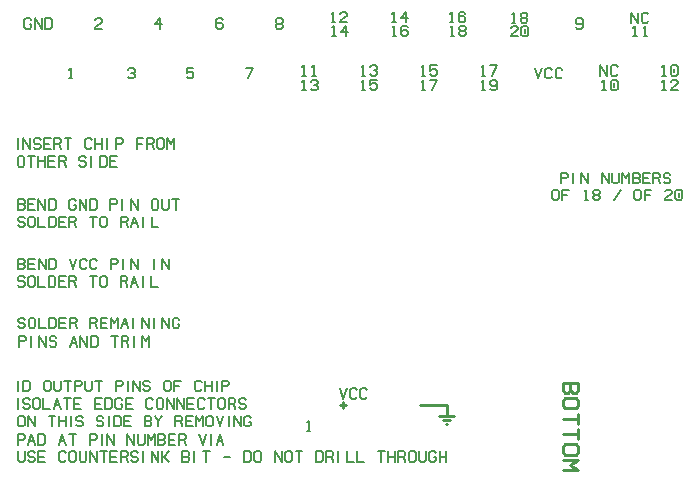
<source format=gto>
%FSTAX24Y24*%
%MOIN*%
%IN SILK1.gto *%
%ADD10C,0.0057*%
%ADD11C,0.0086*%
%ADD12C,0.0100*%
D10*X018866Y009991D02*G01Y010334D01*X019037D01*X019094Y010277D01*
Y01022D01*X019037Y010163D01*X018866D01*X019266Y009991D02*Y010334D01*
X019551Y009991D02*Y010334D01*X01978Y009991D01*Y010334D01*
X020237Y009991D02*Y010334D01*X020466Y009991D01*Y010334D01*X02058D02*
Y010048D01*X020637Y009991D01*X020751D01*X020808Y010048D01*Y010334D01*
X020923Y009991D02*Y010334D01*X021037Y010163D01*X021151Y010334D01*
Y009991D01*X021266D02*Y010334D01*X021437D01*X021494Y010277D01*
Y01022D01*X021437Y010163D01*X021494Y010105D01*Y010048D01*
X021437Y009991D01*X021266D01*X021437Y010163D02*X021266D01*
X021837Y010334D02*X021608D01*Y010163D01*Y009991D01*X021837D01*
X021608Y010163D02*X02178D01*X021951Y009991D02*Y010334D01*X022123D01*
X02218Y010277D01*Y01022D01*X022123Y010163D01*X02218Y009991D01*
X022123Y010163D02*X021951D01*X022523Y010277D02*X022466Y010334D01*
X022351D01*X022294Y010277D01*Y01022D01*X022351Y010163D01*X022466D01*
X022523Y010105D01*Y010048D01*X022466Y009991D01*X022351D01*
X022294Y010048D01*X019368Y015205D02*X019425Y015148D01*X019539D01*
X019596Y015205D01*Y015434D01*X019539Y015491D01*X019425D01*
X019368Y015434D01*Y015348D01*X019425Y015291D01*X019539D01*
X019596Y015348D01*X016227Y013867D02*X016284Y013924D01*Y013581D01*
X016341D01*X016284D02*X016227D01*X016513Y013924D02*X016741D01*
X01657Y013581D01*X000766Y001282D02*Y001625D01*X000938D01*
X000995Y001568D01*Y001511D01*X000938Y001454D01*X000766D01*
X001109Y001282D02*X001223Y001625D01*X001295Y001411D01*
X001338Y001282D01*X001295Y001411D02*X001152D01*X00168Y001568D02*
X001623Y001625D01*X001452D01*Y001282D01*X001623D01*X00168Y00134D01*
Y001568D01*X002138Y001282D02*X002252Y001625D01*X002323Y001411D01*
X002366Y001282D01*X002323Y001411D02*X00218D01*X002595Y001282D02*
Y001625D01*X002709D01*X002595D02*X00248D01*X003166Y001282D02*
Y001625D01*X003338D01*X003395Y001568D01*Y001511D01*X003338Y001454D01*
X003166D01*X003566Y001282D02*Y001625D01*X003738Y001282D02*Y001625D01*
X003966Y001282D01*Y001625D01*X004423Y001282D02*Y001625D01*
X004652Y001282D01*Y001625D01*X004766D02*Y00134D01*X004823Y001282D01*
X004938D01*X004995Y00134D01*Y001625D01*X005109Y001282D02*Y001625D01*
X005223Y001454D01*X005338Y001625D01*Y001282D01*X005452D02*Y001625D01*
X005623D01*X00568Y001568D01*Y001511D01*X005623Y001454D01*
X00568Y001397D01*Y00134D01*X005623Y001282D01*X005452D01*
X005623Y001454D02*X005452D01*X006023Y001625D02*X005795D01*Y001454D01*
Y001282D01*X006023D01*X005795Y001454D02*X005966D01*X006138Y001282D02*
Y001625D01*X006309D01*X006366Y001568D01*Y001511D01*X006309Y001454D01*
X006366Y001282D01*X006309Y001454D02*X006138D01*X006823Y001625D02*
X006938Y001282D01*X007052Y001625D01*X007223Y001282D02*Y001625D01*
X007395Y001282D02*X007509Y001625D01*X00758Y001411D01*X007623Y001282D01*
X00758Y001411D02*X007438D01*X000773Y00912D02*Y009463D01*X000945D01*
X001002Y009405D01*Y009348D01*X000945Y009291D01*X001002Y009234D01*
Y009177D01*X000945Y00912D01*X000773D01*X000945Y009291D02*X000773D01*
X001345Y009463D02*X001116D01*Y009291D01*Y00912D01*X001345D01*
X001116Y009291D02*X001288D01*X001459Y00912D02*Y009463D01*
X001688Y00912D01*Y009463D01*X00203Y009405D02*X001973Y009463D01*
X001802D01*Y00912D01*X001973D01*X00203Y009177D01*Y009405D01*X002716D02*
X002659Y009463D01*X002545D01*X002488Y009405D01*Y009177D01*
X002545Y00912D01*X002659D01*X002716Y009177D01*Y009263D01*X002659D01*
X00283Y00912D02*Y009463D01*X003059Y00912D01*Y009463D01*
X003402Y009405D02*X003345Y009463D01*X003173D01*Y00912D01*X003345D01*
X003402Y009177D01*Y009405D01*X003859Y00912D02*Y009463D01*X00403D01*
X004088Y009405D01*Y009348D01*X00403Y009291D01*X003859D01*
X004259Y00912D02*Y009463D01*X004545Y00912D02*Y009463D01*
X004773Y00912D01*Y009463D01*X005459Y009405D02*X005402Y009463D01*
X005288D01*X00523Y009405D01*Y009177D01*X005288Y00912D01*X005402D01*
X005459Y009177D01*Y009405D01*X005573Y009463D02*Y009177D01*
X00563Y00912D01*X005745D01*X005802Y009177D01*Y009463D01*
X00603Y00912D02*Y009463D01*X006145D01*X00603D02*X005916D01*
X015177Y015643D02*X015234Y0157D01*Y015358D01*X015291D01*X015234D02*
X015177D01*X015691Y015643D02*X015634Y0157D01*X01552D01*
X015463Y015643D01*Y015415D01*X01552Y015358D01*X015634D01*
X015691Y015415D01*Y0155D01*X015634Y015558D01*X01552D01*X015463Y0155D01*
X011251Y015193D02*X011309Y01525D01*Y014907D01*X011366D01*X011309D02*
X011251D01*X011709D02*Y01525D01*X011537Y01505D01*X011766D01*
X022248Y013866D02*X022305Y013923D01*Y013581D01*X022363D01*X022305D02*
X022248D01*X022763Y013866D02*X022705Y013923D01*X022591D01*
X022534Y013866D01*Y013638D01*X022591Y013581D01*X022705D01*
X022763Y013638D01*Y013866D01*X022648Y013809D02*Y013695D01*
X010247Y013379D02*X010305Y013436D01*Y013094D01*X010362D01*X010305D02*
X010247D01*X010533Y013379D02*X01059Y013436D01*X010705D01*
X010762Y013379D01*Y013322D01*X010705Y013265D01*X010762Y013208D01*
Y013151D01*X010705Y013094D01*X01059D01*X010533Y013151D01*
X010705Y013265D02*X010647D01*X015194Y015193D02*X015251Y01525D01*
Y014907D01*X015309D01*X015251D02*X015194D01*X015651Y015079D02*
X015709Y015136D01*Y015193D01*X015651Y01525D01*X015537D01*
X01548Y015193D01*Y015136D01*X015537Y015079D01*X015651D01*
X015709Y015022D01*Y014965D01*X015651Y014907D01*X015537D01*
X01548Y014965D01*Y015022D01*X015537Y015079D01*X010247Y013867D02*
X010305Y013924D01*Y013581D01*X010362D01*X010305D02*X010247D01*
X01059Y013867D02*X010647Y013924D01*Y013581D01*X010705D01*X010647D02*
X01059D01*X011501Y003159D02*X011616Y002816D01*X01173Y003159D01*
X012073Y003102D02*X012016Y003159D01*X011901D01*X011844Y003102D01*
Y002873D01*X011901Y002816D01*X012016D01*X012073Y002873D01*
X012416Y003102D02*X012358Y003159D01*X012244D01*X012187Y003102D01*
Y002873D01*X012244Y002816D01*X012358D01*X012416Y002873D01*
X022248Y013379D02*X022305Y013436D01*Y013093D01*X022363D01*X022305D02*
X022248D01*X022534Y013379D02*X022591Y013436D01*X022705D01*
X022763Y013379D01*Y013321D01*X022705Y013264D01*X022534Y01315D01*
Y013093D01*X022763D01*X000771Y001058D02*Y000772D01*X000828Y000715D01*
X000943D01*X001Y000772D01*Y001058D01*X001343Y001001D02*
X001285Y001058D01*X001171D01*X001114Y001001D01*Y000943D01*
X001171Y000886D01*X001285D01*X001343Y000829D01*Y000772D01*
X001285Y000715D01*X001171D01*X001114Y000772D01*X001685Y001058D02*
X001457D01*Y000886D01*Y000715D01*X001685D01*X001457Y000886D02*
X001628D01*X002371Y001001D02*X002314Y001058D01*X0022D01*
X002143Y001001D01*Y000772D01*X0022Y000715D01*X002314D01*
X002371Y000772D01*X002714Y001001D02*X002657Y001058D01*X002543D01*
X002485Y001001D01*Y000772D01*X002543Y000715D01*X002657D01*
X002714Y000772D01*Y001001D01*X002828Y001058D02*Y000772D01*
X002885Y000715D01*X003D01*X003057Y000772D01*Y001058D01*
X003171Y000715D02*Y001058D01*X0034Y000715D01*Y001058D01*
X003628Y000715D02*Y001058D01*X003743D01*X003628D02*X003514D01*
X004085D02*X003857D01*Y000886D01*Y000715D01*X004085D01*
X003857Y000886D02*X004028D01*X0042Y000715D02*Y001058D01*X004371D01*
X004428Y001001D01*Y000943D01*X004371Y000886D01*X004428Y000715D01*
X004371Y000886D02*X0042D01*X004771Y001001D02*X004714Y001058D01*
X0046D01*X004543Y001001D01*Y000943D01*X0046Y000886D01*X004714D01*
X004771Y000829D01*Y000772D01*X004714Y000715D01*X0046D01*
X004543Y000772D01*X004943Y000715D02*Y001058D01*X005228Y000715D02*
Y001058D01*X005457Y000715D01*Y001058D01*X005571D02*Y000829D01*
Y000715D01*Y000829D02*X005628Y000886D01*X0058Y000715D01*
X005628Y000886D02*X0058Y001058D01*X006257Y000715D02*Y001058D01*
X006428D01*X006485Y001001D01*Y000943D01*X006428Y000886D01*
X006485Y000829D01*Y000772D01*X006428Y000715D01*X006257D01*
X006428Y000886D02*X006257D01*X006657Y000715D02*Y001058D01*
X007057Y000715D02*Y001058D01*X007171D01*X007057D02*X006943D01*
X007628Y000886D02*X007857D01*X008543Y001001D02*X008485Y001058D01*
X008314D01*Y000715D01*X008485D01*X008543Y000772D01*Y001001D01*
X008885D02*X008828Y001058D01*X008714D01*X008657Y001001D01*Y000772D01*
X008714Y000715D01*X008828D01*X008885Y000772D01*Y001001D01*
X009343Y000715D02*Y001058D01*X009571Y000715D01*Y001058D01*
X009914Y001001D02*X009857Y001058D01*X009743D01*X009685Y001001D01*
Y000772D01*X009743Y000715D01*X009857D01*X009914Y000772D01*Y001001D01*
X010143Y000715D02*Y001058D01*X010257D01*X010143D02*X010028D01*
X010943Y001001D02*X010885Y001058D01*X010714D01*Y000715D01*X010885D01*
X010943Y000772D01*Y001001D01*X011057Y000715D02*Y001058D01*X011228D01*
X011285Y001001D01*Y000943D01*X011228Y000886D01*X011285Y000715D01*
X011228Y000886D02*X011057D01*X011457Y000715D02*Y001058D01*X011743D02*
Y000715D01*X011971D01*X012085Y001058D02*Y000715D01*X012314D01*
X012885D02*Y001058D01*X013D01*X012885D02*X012771D01*X013114D02*
Y000886D01*Y000715D01*Y000886D02*X013343D01*Y001058D01*Y000886D02*
Y000715D01*X013457D02*Y001058D01*X013628D01*X013685Y001001D01*
Y000943D01*X013628Y000886D01*X013685Y000715D01*X013628Y000886D02*
X013457D01*X014028Y001001D02*X013971Y001058D01*X013857D01*
X0138Y001001D01*Y000772D01*X013857Y000715D01*X013971D01*
X014028Y000772D01*Y001001D01*X014143Y001058D02*Y000772D01*
X0142Y000715D01*X014314D01*X014371Y000772D01*Y001058D01*
X014714Y001001D02*X014657Y001058D01*X014543D01*X014485Y001001D01*
Y000772D01*X014543Y000715D01*X014657D01*X014714Y000772D01*Y000858D01*
X014657D01*X014828Y001058D02*Y000886D01*Y000715D01*Y000886D02*
X015057D01*Y001058D01*Y000886D02*Y000715D01*X001Y008822D02*
X000943Y008879D01*X000828D01*X000771Y008822D01*Y008765D01*
X000828Y008708D01*X000943D01*X001Y008651D01*Y008593D01*
X000943Y008536D01*X000828D01*X000771Y008593D01*X001343Y008822D02*
X001285Y008879D01*X001171D01*X001114Y008822D01*Y008593D01*
X001171Y008536D01*X001285D01*X001343Y008593D01*Y008822D01*
X001457Y008879D02*Y008536D01*X001685D01*X002028Y008822D02*
X001971Y008879D01*X0018D01*Y008536D01*X001971D01*X002028Y008593D01*
Y008822D01*X002371Y008879D02*X002143D01*Y008708D01*Y008536D01*
X002371D01*X002143Y008708D02*X002314D01*X002485Y008536D02*Y008879D01*
X002657D01*X002714Y008822D01*Y008765D01*X002657Y008708D01*
X002714Y008536D01*X002657Y008708D02*X002485D01*X003285Y008536D02*
Y008879D01*X0034D01*X003285D02*X003171D01*X003743Y008822D02*
X003685Y008879D01*X003571D01*X003514Y008822D01*Y008593D01*
X003571Y008536D01*X003685D01*X003743Y008593D01*Y008822D01*
X0042Y008536D02*Y008879D01*X004371D01*X004428Y008822D01*Y008765D01*
X004371Y008708D01*X004428Y008536D01*X004371Y008708D02*X0042D01*
X004543Y008536D02*X004657Y008879D01*X004728Y008665D01*
X004771Y008536D01*X004728Y008665D02*X004585D01*X004943Y008536D02*
Y008879D01*X005228D02*Y008536D01*X005457D01*X004432Y013774D02*
X004489Y013831D01*X004603D01*X00466Y013774D01*Y013717D01*
X004603Y01366D01*X00466Y013603D01*Y013546D01*X004603Y013488D01*
X004489D01*X004432Y013546D01*X004603Y01366D02*X004546D01*
X001217Y015434D02*X00116Y015491D01*X001045D01*X000988Y015434D01*
Y015205D01*X001045Y015148D01*X00116D01*X001217Y015205D01*Y015291D01*
X00116D01*X001331Y015148D02*Y015491D01*X00156Y015148D01*Y015491D01*
X001903Y015434D02*X001845Y015491D01*X001674D01*Y015148D01*X001845D01*
X001903Y015205D01*Y015434D01*X01801Y013831D02*X018124Y013488D01*
X018238Y013831D01*X018581Y013774D02*X018524Y013831D01*X01841D01*
X018353Y013774D01*Y013546D01*X01841Y013488D01*X018524D01*
X018581Y013546D01*X018924Y013774D02*X018867Y013831D01*X018753D01*
X018696Y013774D01*Y013546D01*X018753Y013488D01*X018867D01*
X018924Y013546D01*X010408Y002027D02*X010466Y002084D01*Y001741D01*
X010523D01*X010466D02*X010408D01*X009539Y015319D02*X009596Y015376D01*
Y015434D01*X009539Y015491D01*X009425D01*X009368Y015434D01*Y015376D01*
X009425Y015319D01*X009539D01*X009596Y015262D01*Y015205D01*
X009539Y015148D01*X009425D01*X009368Y015205D01*Y015262D01*
X009425Y015319D01*X000995Y002176D02*X000937Y002233D01*X000823D01*
X000766Y002176D01*Y001948D01*X000823Y00189D01*X000937D01*
X000995Y001948D01*Y002176D01*X001109Y00189D02*Y002233D01*
X001337Y00189D01*Y002233D01*X001909Y00189D02*Y002233D01*X002023D01*
X001909D02*X001795D01*X002137D02*Y002062D01*Y00189D01*Y002062D02*
X002366D01*Y002233D01*Y002062D02*Y00189D01*X002537D02*Y002233D01*
X002937Y002176D02*X00288Y002233D01*X002766D01*X002709Y002176D01*
Y002119D01*X002766Y002062D01*X00288D01*X002937Y002005D01*Y001948D01*
X00288Y00189D01*X002766D01*X002709Y001948D01*X003623Y002176D02*
X003566Y002233D01*X003452D01*X003395Y002176D01*Y002119D01*
X003452Y002062D01*X003566D01*X003623Y002005D01*Y001948D01*
X003566Y00189D01*X003452D01*X003395Y001948D01*X003795Y00189D02*
Y002233D01*X004195Y002176D02*X004137Y002233D01*X003966D01*Y00189D01*
X004137D01*X004195Y001948D01*Y002176D01*X004537Y002233D02*X004309D01*
Y002062D01*Y00189D01*X004537D01*X004309Y002062D02*X00448D01*
X004995Y00189D02*Y002233D01*X005166D01*X005223Y002176D01*Y002119D01*
X005166Y002062D01*X005223Y002005D01*Y001948D01*X005166Y00189D01*
X004995D01*X005166Y002062D02*X004995D01*X005337Y002233D02*
X005452Y002062D01*Y00189D01*Y002062D02*X005566Y002233D01*
X006023Y00189D02*Y002233D01*X006195D01*X006252Y002176D01*Y002119D01*
X006195Y002062D01*X006252Y00189D01*X006195Y002062D02*X006023D01*
X006595Y002233D02*X006366D01*Y002062D01*Y00189D01*X006595D01*
X006366Y002062D02*X006537D01*X006709Y00189D02*Y002233D01*
X006823Y002062D01*X006937Y002233D01*Y00189D01*X00728Y002176D02*
X007223Y002233D01*X007109D01*X007052Y002176D01*Y001948D01*
X007109Y00189D01*X007223D01*X00728Y001948D01*Y002176D01*
X007395Y002233D02*X007509Y00189D01*X007623Y002233D01*X007795Y00189D02*
Y002233D01*X007966Y00189D02*Y002233D01*X008195Y00189D01*Y002233D01*
X008537Y002176D02*X00848Y002233D01*X008366D01*X008309Y002176D01*
Y001948D01*X008366Y00189D01*X00848D01*X008537Y001948D01*Y002033D01*
X00848D01*X012227Y013871D02*X012284Y013928D01*Y013586D01*X012341D01*
X012284D02*X012227D01*X012512Y013871D02*X01257Y013928D01*X012684D01*
X012741Y013871D01*Y013814D01*X012684Y013757D01*X012741Y0137D01*
Y013643D01*X012684Y013586D01*X01257D01*X012512Y013643D01*
X012684Y013757D02*X012627D01*X000768Y002482D02*Y002825D01*
X001168Y002768D02*X001111Y002825D01*X000996D01*X000939Y002768D01*
Y002711D01*X000996Y002654D01*X001111D01*X001168Y002597D01*Y00254D01*
X001111Y002482D01*X000996D01*X000939Y00254D01*X001511Y002768D02*
X001453Y002825D01*X001339D01*X001282Y002768D01*Y00254D01*
X001339Y002482D01*X001453D01*X001511Y00254D01*Y002768D01*
X001625Y002825D02*Y002482D01*X001853D01*X001968D02*X002082Y002825D01*
X002153Y002611D01*X002196Y002482D01*X002153Y002611D02*X002011D01*
X002425Y002482D02*Y002825D01*X002539D01*X002425D02*X002311D01*
X002882D02*X002653D01*Y002654D01*Y002482D01*X002882D01*
X002653Y002654D02*X002825D01*X003568Y002825D02*X003339D01*Y002654D01*
Y002482D01*X003568D01*X003339Y002654D02*X003511D01*X003911Y002768D02*
X003853Y002825D01*X003682D01*Y002482D01*X003853D01*X003911Y00254D01*
Y002768D01*X004253D02*X004196Y002825D01*X004082D01*X004025Y002768D01*
Y00254D01*X004082Y002482D01*X004196D01*X004253Y00254D01*Y002625D01*
X004196D01*X004596Y002825D02*X004368D01*Y002654D01*Y002482D01*
X004596D01*X004368Y002654D02*X004539D01*X005282Y002768D02*
X005225Y002825D01*X005111D01*X005053Y002768D01*Y00254D01*
X005111Y002482D01*X005225D01*X005282Y00254D01*X005625Y002768D02*
X005568Y002825D01*X005453D01*X005396Y002768D01*Y00254D01*
X005453Y002482D01*X005568D01*X005625Y00254D01*Y002768D01*
X005739Y002482D02*Y002825D01*X005968Y002482D01*Y002825D01*
X006082Y002482D02*Y002825D01*X006311Y002482D01*Y002825D01*X006653D02*
X006425D01*Y002654D01*Y002482D01*X006653D01*X006425Y002654D02*
X006596D01*X006996Y002768D02*X006939Y002825D01*X006825D01*
X006768Y002768D01*Y00254D01*X006825Y002482D01*X006939D01*
X006996Y00254D01*X007225Y002482D02*Y002825D01*X007339D01*X007225D02*
X007111D01*X007682Y002768D02*X007625Y002825D01*X007511D01*
X007453Y002768D01*Y00254D01*X007511Y002482D01*X007625D01*
X007682Y00254D01*Y002768D01*X007796Y002482D02*Y002825D01*X007968D01*
X008025Y002768D01*Y002711D01*X007968Y002654D01*X008025Y002482D01*
X007968Y002654D02*X007796D01*X008368Y002768D02*X008311Y002825D01*
X008196D01*X008139Y002768D01*Y002711D01*X008196Y002654D01*X008311D01*
X008368Y002597D01*Y00254D01*X008311Y002482D01*X008196D01*
X008139Y00254D01*X013258Y015643D02*X013315Y0157D01*Y015358D01*
X013372D01*X013315D02*X013258D01*X013715D02*Y0157D01*X013543Y0155D01*
X013772D01*X017215Y01518D02*X017272Y015237D01*X017386D01*
X017444Y01518D01*Y015123D01*X017386Y015066D01*X017215Y014951D01*
Y014894D01*X017444D01*X017786Y01518D02*X017729Y015237D01*X017615D01*
X017558Y01518D01*Y014951D01*X017615Y014894D01*X017729D01*
X017786Y014951D01*Y01518D01*X017672Y015123D02*Y015009D01*
X018805Y009723D02*X018748Y00978D01*X018633D01*X018576Y009723D01*
Y009495D01*X018633Y009438D01*X018748D01*X018805Y009495D01*Y009723D01*
X019148Y00978D02*X018919D01*Y009609D01*Y009438D01*Y009609D02*
X019091D01*X019662Y009723D02*X019719Y00978D01*Y009438D01*X019776D01*
X019719D02*X019662D01*X020119Y009609D02*X020176Y009666D01*Y009723D01*
X020119Y00978D01*X020005D01*X019948Y009723D01*Y009666D01*
X020005Y009609D01*X020119D01*X020176Y009552D01*Y009495D01*
X020119Y009438D01*X020005D01*X019948Y009495D01*Y009552D01*
X020005Y009609D01*X020633Y009438D02*X020862Y00978D01*X021548Y009723D02*
X021491Y00978D01*X021376D01*X021319Y009723D01*Y009495D01*
X021376Y009438D01*X021491D01*X021548Y009495D01*Y009723D01*
X021891Y00978D02*X021662D01*Y009609D01*Y009438D01*Y009609D02*
X021833D01*X022348Y009723D02*X022405Y00978D01*X022519D01*
X022576Y009723D01*Y009666D01*X022519Y009609D01*X022348Y009495D01*
Y009438D01*X022576D01*X022919Y009723D02*X022862Y00978D01*X022748D01*
X022691Y009723D01*Y009495D01*X022748Y009438D01*X022862D01*
X022919Y009495D01*Y009723D01*X022805Y009666D02*Y009552D01*
X021286Y01518D02*X021343Y015237D01*Y014894D01*X0214D01*X021343D02*
X021286D01*X021628Y01518D02*X021686Y015237D01*Y014894D01*X021743D01*
X021686D02*X021628D01*X012227Y013384D02*X012284Y013441D01*Y013098D01*
X012341D01*X012284D02*X012227D01*X012741Y013441D02*X012512D01*
Y013269D01*X01257Y013326D01*X012684D01*X012741Y013269D01*Y013155D01*
X012684Y013098D01*X01257D01*X012512Y013155D01*X001012Y00545D02*
X000955Y005508D01*X000841D01*X000784Y00545D01*Y005393D01*
X000841Y005336D01*X000955D01*X001012Y005279D01*Y005222D01*
X000955Y005165D01*X000841D01*X000784Y005222D01*X001355Y00545D02*
X001298Y005508D01*X001184D01*X001126Y00545D01*Y005222D01*
X001184Y005165D01*X001298D01*X001355Y005222D01*Y00545D01*
X001469Y005508D02*Y005165D01*X001698D01*X002041Y00545D02*
X001984Y005508D01*X001812D01*Y005165D01*X001984D01*X002041Y005222D01*
Y00545D01*X002384Y005508D02*X002155D01*Y005336D01*Y005165D01*
X002384D01*X002155Y005336D02*X002326D01*X002498Y005165D02*Y005508D01*
X002669D01*X002726Y00545D01*Y005393D01*X002669Y005336D01*
X002726Y005165D01*X002669Y005336D02*X002498D01*X003184Y005165D02*
Y005508D01*X003355D01*X003412Y00545D01*Y005393D01*X003355Y005336D01*
X003412Y005165D01*X003355Y005336D02*X003184D01*X003755Y005508D02*
X003526D01*Y005336D01*Y005165D01*X003755D01*X003526Y005336D02*
X003698D01*X003869Y005165D02*Y005508D01*X003984Y005336D01*
X004098Y005508D01*Y005165D01*X004212D02*X004326Y005508D01*
X004398Y005293D01*X004441Y005165D01*X004398Y005293D02*X004255D01*
X004612Y005165D02*Y005508D01*X004898Y005165D02*Y005508D01*
X005126Y005165D01*Y005508D01*X005298Y005165D02*Y005508D01*
X005584Y005165D02*Y005508D01*X005812Y005165D01*Y005508D01*
X006155Y00545D02*X006098Y005508D01*X005984D01*X005926Y00545D01*
Y005222D01*X005984Y005165D01*X006098D01*X006155Y005222D01*Y005308D01*
X006098D01*X014227Y013867D02*X014284Y013924D01*Y013581D01*X014341D01*
X014284D02*X014227D01*X014741Y013924D02*X014513D01*Y013752D01*
X01457Y01381D01*X014684D01*X014741Y013752D01*Y013638D01*
X014684Y013581D01*X01457D01*X014513Y013638D01*X011234Y015643D02*
X011291Y0157D01*Y015358D01*X011349D01*X011291D02*X011234D01*
X01152Y015643D02*X011577Y0157D01*X011691D01*X011749Y015643D01*
Y015586D01*X011691Y015529D01*X01152Y015415D01*Y015358D01*X011749D01*
X020249Y013379D02*X020306Y013436D01*Y013094D01*X020363D01*X020306D02*
X020249D01*X020763Y013379D02*X020706Y013436D01*X020592D01*
X020534Y013379D01*Y013151D01*X020592Y013094D01*X020706D01*
X020763Y013151D01*Y013379D01*X020649Y013322D02*Y013208D01*
X000993Y006836D02*X000936Y006893D01*X000821D01*X000764Y006836D01*
Y006779D01*X000821Y006722D01*X000936D01*X000993Y006665D01*Y006608D01*
X000936Y006551D01*X000821D01*X000764Y006608D01*X001336Y006836D02*
X001279Y006893D01*X001164D01*X001107Y006836D01*Y006608D01*
X001164Y006551D01*X001279D01*X001336Y006608D01*Y006836D01*
X00145Y006893D02*Y006551D01*X001679D01*X002021Y006836D02*
X001964Y006893D01*X001793D01*Y006551D01*X001964D01*X002021Y006608D01*
Y006836D01*X002364Y006893D02*X002136D01*Y006722D01*Y006551D01*
X002364D01*X002136Y006722D02*X002307D01*X002479Y006551D02*Y006893D01*
X00265D01*X002707Y006836D01*Y006779D01*X00265Y006722D01*
X002707Y006551D01*X00265Y006722D02*X002479D01*X003279Y006551D02*
Y006893D01*X003393D01*X003279D02*X003164D01*X003736Y006836D02*
X003679Y006893D01*X003564D01*X003507Y006836D01*Y006608D01*
X003564Y006551D01*X003679D01*X003736Y006608D01*Y006836D01*
X004193Y006551D02*Y006893D01*X004364D01*X004421Y006836D01*Y006779D01*
X004364Y006722D01*X004421Y006551D01*X004364Y006722D02*X004193D01*
X004536Y006551D02*X00465Y006893D01*X004721Y006679D01*X004764Y006551D01*
X004721Y006679D02*X004579D01*X004936Y006551D02*Y006893D01*X005221D02*
Y006551D01*X00545D01*X000989Y010836D02*X000932Y010893D01*X000818D01*
X00076Y010836D01*Y010607D01*X000818Y01055D01*X000932D01*
X000989Y010607D01*Y010836D01*X001218Y01055D02*Y010893D01*X001332D01*
X001218D02*X001103D01*X001446D02*Y010722D01*Y01055D01*Y010722D02*
X001675D01*Y010893D01*Y010722D02*Y01055D01*X002018Y010893D02*
X001789D01*Y010722D01*Y01055D01*X002018D01*X001789Y010722D02*X00196D01*
X002132Y01055D02*Y010893D01*X002303D01*X00236Y010836D01*Y010779D01*
X002303Y010722D01*X00236Y01055D01*X002303Y010722D02*X002132D01*
X003046Y010836D02*X002989Y010893D01*X002875D01*X002818Y010836D01*
Y010779D01*X002875Y010722D01*X002989D01*X003046Y010664D01*Y010607D01*
X002989Y01055D01*X002875D01*X002818Y010607D01*X003218Y01055D02*
Y010893D01*X003732Y010836D02*X003675Y010893D01*X003503D01*Y01055D01*
X003675D01*X003732Y010607D01*Y010836D01*X004075Y010893D02*X003846D01*
Y010722D01*Y01055D01*X004075D01*X003846Y010722D02*X004018D01*
X013263Y015193D02*X01332Y01525D01*Y014907D01*X013377D01*X01332D02*
X013263D01*X013777Y015193D02*X01372Y01525D01*X013605D01*
X013548Y015193D01*Y014965D01*X013605Y014907D01*X01372D01*
X013777Y014965D01*Y01505D01*X01372Y015107D01*X013605D01*
X013548Y01505D01*X014227Y013379D02*X014284Y013436D01*Y013093D01*
X014341D01*X014284D02*X014227D01*X014513Y013436D02*X014741D01*
X01457Y013093D01*X020192Y013581D02*Y013924D01*X02042Y013581D01*
Y013924D01*X020763Y013867D02*X020706Y013924D01*X020592D01*
X020534Y013867D01*Y013638D01*X020592Y013581D01*X020706D01*
X020763Y013638D01*X021219Y015344D02*Y015687D01*X021447Y015344D01*
Y015687D01*X02179Y01563D02*X021733Y015687D01*X021619D01*
X021562Y01563D01*Y015401D01*X021619Y015344D01*X021733D01*
X02179Y015401D01*X006623Y013831D02*X006394D01*Y01366D01*
X006451Y013717D01*X006566D01*X006623Y01366D01*Y013546D01*
X006566Y013488D01*X006451D01*X006394Y013546D01*D11*X018935Y003345D02*
X019449D01*Y003088D01*X019363Y003003D01*X019278D01*X019192Y003088D01*
X019106Y003003D01*X01902D01*X018935Y003088D01*Y003345D01*
X019192Y003088D02*Y003345D01*X019363Y002488D02*X019449Y002574D01*
Y002745D01*X019363Y002831D01*X01902D01*X018935Y002745D01*Y002574D01*
X01902Y002488D01*X019363D01*X018935Y002145D02*X019449D01*Y001974D01*
Y002145D02*Y002317D01*X018935Y001631D02*X019449D01*Y00146D01*
Y001631D02*Y001803D01*X019363Y000945D02*X019449Y001031D01*Y001203D01*
X019363Y001288D01*X01902D01*X018935Y001203D01*Y001031D01*
X01902Y000945D01*X019363D01*X018935Y000774D02*X019449D01*
X019192Y000603D01*X019449Y000431D01*X018935D01*D10*X016227Y013379D02*
X016284Y013436D01*Y013093D01*X016341D01*X016284D02*X016227D01*
X016513Y01315D02*X01657Y013093D01*X016684D01*X016741Y01315D01*
Y013379D01*X016684Y013436D01*X01657D01*X016513Y013379D01*Y013293D01*
X01657Y013236D01*X016684D01*X016741Y013293D01*X003345Y015434D02*
X003402Y015491D01*X003517D01*X003574Y015434D01*Y015376D01*
X003517Y015319D01*X003345Y015205D01*Y015148D01*X003574D01*
X0008Y004552D02*Y004894D01*X000972D01*X001029Y004837D01*Y00478D01*
X000972Y004723D01*X0008D01*X0012Y004552D02*Y004894D01*
X001486Y004552D02*Y004894D01*X001715Y004552D01*Y004894D01*
X002057Y004837D02*X002Y004894D01*X001886D01*X001829Y004837D01*
Y00478D01*X001886Y004723D01*X002D01*X002057Y004666D01*Y004609D01*
X002Y004552D01*X001886D01*X001829Y004609D01*X002515Y004552D02*
X002629Y004894D01*X0027Y00468D01*X002743Y004552D01*X0027Y00468D02*
X002557D01*X002857Y004552D02*Y004894D01*X003086Y004552D01*Y004894D01*
X003429Y004837D02*X003372Y004894D01*X0032D01*Y004552D01*X003372D01*
X003429Y004609D01*Y004837D01*X004Y004552D02*Y004894D01*X004115D01*
X004D02*X003886D01*X004229Y004552D02*Y004894D01*X0044D01*
X004457Y004837D01*Y00478D01*X0044Y004723D01*X004457Y004552D01*
X0044Y004723D02*X004229D01*X004629Y004552D02*Y004894D01*
X004915Y004552D02*Y004894D01*X005029Y004723D01*X005143Y004894D01*
Y004552D01*X007601Y015434D02*X007544Y015491D01*X00743D01*
X007373Y015434D01*Y015205D01*X00743Y015148D01*X007544D01*
X007601Y015205D01*Y015291D01*X007544Y015348D01*X00743D01*
X007373Y015291D01*X008372Y013831D02*X0086D01*X008429Y013488D01*
X005524Y015148D02*Y015491D01*X005353Y015291D01*X005582D01*
X01724Y01563D02*X017297Y015687D01*Y015344D01*X017355D01*X017297D02*
X01724D01*X017697Y015516D02*X017755Y015573D01*Y01563D01*
X017697Y015687D01*X017583D01*X017526Y01563D01*Y015573D01*
X017583Y015516D01*X017697D01*X017755Y015459D01*Y015401D01*
X017697Y015344D01*X017583D01*X017526Y015401D01*Y015459D01*
X017583Y015516D01*X000787Y011148D02*Y011491D01*X000959Y011148D02*
Y011491D01*X001187Y011148D01*Y011491D01*X00153Y011434D02*
X001473Y011491D01*X001359D01*X001302Y011434D01*Y011377D01*
X001359Y011319D01*X001473D01*X00153Y011262D01*Y011205D01*
X001473Y011148D01*X001359D01*X001302Y011205D01*X001873Y011491D02*
X001644D01*Y011319D01*Y011148D01*X001873D01*X001644Y011319D02*
X001816D01*X001987Y011148D02*Y011491D01*X002159D01*X002216Y011434D01*
Y011377D01*X002159Y011319D01*X002216Y011148D01*X002159Y011319D02*
X001987D01*X002444Y011148D02*Y011491D01*X002559D01*X002444D02*
X00233D01*X003244Y011434D02*X003187Y011491D01*X003073D01*
X003016Y011434D01*Y011205D01*X003073Y011148D01*X003187D01*
X003244Y011205D01*X003359Y011491D02*Y011319D01*Y011148D01*Y011319D02*
X003587D01*Y011491D01*Y011319D02*Y011148D01*X003759D02*Y011491D01*
X004044Y011148D02*Y011491D01*X004216D01*X004273Y011434D01*Y011377D01*
X004216Y011319D01*X004044D01*X004959Y011491D02*X00473D01*Y011319D01*
Y011148D01*Y011319D02*X004902D01*X005073Y011148D02*Y011491D01*
X005244D01*X005302Y011434D01*Y011377D01*X005244Y011319D01*
X005302Y011148D01*X005244Y011319D02*X005073D01*X005644Y011434D02*
X005587Y011491D01*X005473D01*X005416Y011434D01*Y011205D01*
X005473Y011148D01*X005587D01*X005644Y011205D01*Y011434D01*
X005759Y011148D02*Y011491D01*X005873Y011319D01*X005987Y011491D01*
Y011148D01*X00078Y003077D02*Y003419D01*X00118Y003362D02*
X001123Y003419D01*X000951D01*Y003077D01*X001123D01*X00118Y003134D01*
Y003362D01*X001866D02*X001809Y003419D01*X001694D01*X001637Y003362D01*
Y003134D01*X001694Y003077D01*X001809D01*X001866Y003134D01*Y003362D01*
X00198Y003419D02*Y003134D01*X002037Y003077D01*X002151D01*
X002209Y003134D01*Y003419D01*X002437Y003077D02*Y003419D01*X002551D01*
X002437D02*X002323D01*X002666Y003077D02*Y003419D01*X002837D01*
X002894Y003362D01*Y003305D01*X002837Y003248D01*X002666D01*
X003009Y003419D02*Y003134D01*X003066Y003077D01*X00318D01*
X003237Y003134D01*Y003419D01*X003466Y003077D02*Y003419D01*X00358D01*
X003466D02*X003351D01*X004037Y003077D02*Y003419D01*X004209D01*
X004266Y003362D01*Y003305D01*X004209Y003248D01*X004037D01*
X004437Y003077D02*Y003419D01*X004609Y003077D02*Y003419D01*
X004837Y003077D01*Y003419D01*X00518Y003362D02*X005123Y003419D01*
X005009D01*X004951Y003362D01*Y003305D01*X005009Y003248D01*X005123D01*
X00518Y003191D01*Y003134D01*X005123Y003077D01*X005009D01*
X004951Y003134D01*X005866Y003362D02*X005809Y003419D01*X005694D01*
X005637Y003362D01*Y003134D01*X005694Y003077D01*X005809D01*
X005866Y003134D01*Y003362D01*X006209Y003419D02*X00598D01*Y003248D01*
Y003077D01*Y003248D02*X006151D01*X006894Y003362D02*X006837Y003419D01*
X006723D01*X006666Y003362D01*Y003134D01*X006723Y003077D01*X006837D01*
X006894Y003134D01*X007009Y003419D02*Y003248D01*Y003077D01*Y003248D02*
X007237D01*Y003419D01*Y003248D02*Y003077D01*X007409D02*Y003419D01*
X00758Y003077D02*Y003419D01*X007751D01*X007809Y003362D01*Y003305D01*
X007751Y003248D01*X00758D01*X002474Y013774D02*X002531Y013831D01*
Y013488D01*X002589D01*X002531D02*X002474D01*X000781Y007134D02*
Y007477D01*X000952D01*X00101Y00742D01*Y007363D01*X000952Y007306D01*
X00101Y007249D01*Y007192D01*X000952Y007134D01*X000781D01*
X000952Y007306D02*X000781D01*X001352Y007477D02*X001124D01*Y007306D01*
Y007134D01*X001352D01*X001124Y007306D02*X001295D01*X001467Y007134D02*
Y007477D01*X001695Y007134D01*Y007477D01*X002038Y00742D02*
X001981Y007477D01*X00181D01*Y007134D01*X001981D01*X002038Y007192D01*
Y00742D01*X002495Y007477D02*X00261Y007134D01*X002724Y007477D01*
X003067Y00742D02*X00301Y007477D01*X002895D01*X002838Y00742D01*
Y007192D01*X002895Y007134D01*X00301D01*X003067Y007192D01*
X00341Y00742D02*X003352Y007477D01*X003238D01*X003181Y00742D01*
Y007192D01*X003238Y007134D01*X003352D01*X00341Y007192D01*
X003867Y007134D02*Y007477D01*X004038D01*X004095Y00742D01*Y007363D01*
X004038Y007306D01*X003867D01*X004267Y007134D02*Y007477D01*
X004552Y007134D02*Y007477D01*X004781Y007134D01*Y007477D01*
X005295Y007134D02*Y007477D01*X005581Y007134D02*Y007477D01*
X00581Y007134D01*Y007477D01*D12*X014192Y002603D02*X015067D01*
Y002228D01*X015317D02*X014817D01*X014942Y002103D02*X015192D01*
X015067Y001978D02*X015042D01*X011616Y002516D02*Y002716D01*
X011516Y002616D02*X011716D01*
M02*
</source>
